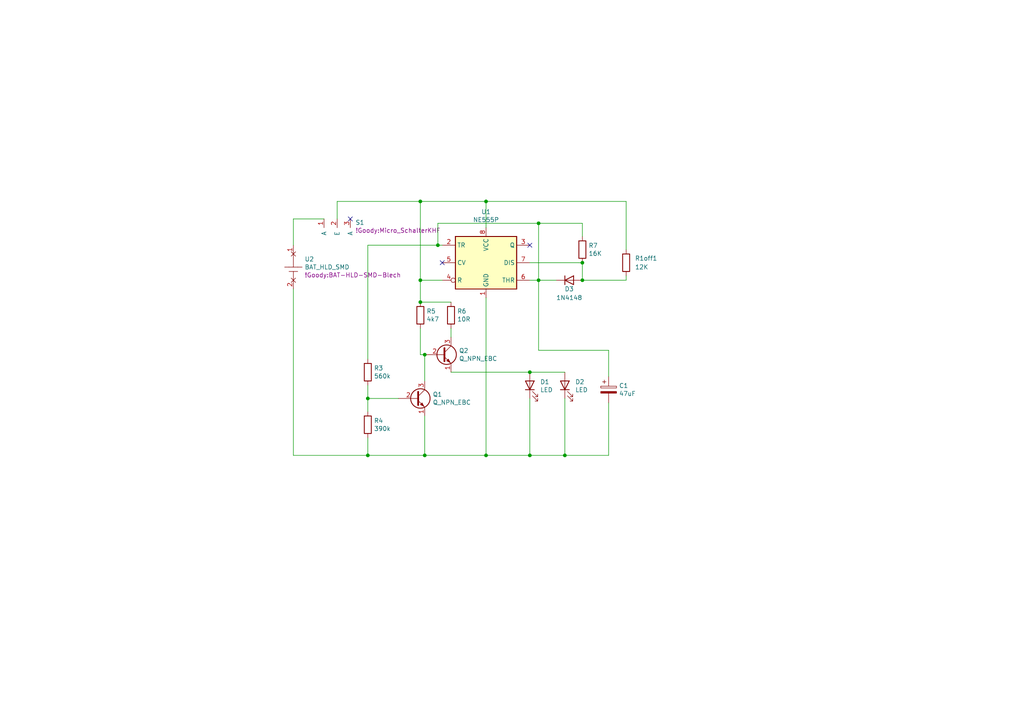
<source format=kicad_sch>
(kicad_sch
	(version 20250114)
	(generator "eeschema")
	(generator_version "9.0")
	(uuid "1d5259ca-1c51-498f-8f08-24a088873319")
	(paper "A4")
	(lib_symbols
		(symbol "!Goody:BAT_HLD_SMD"
			(pin_names
				(offset 1.016)
			)
			(exclude_from_sim no)
			(in_bom yes)
			(on_board yes)
			(property "Reference" "U"
				(at -5.08 0 0)
				(effects
					(font
						(size 1.27 1.27)
					)
				)
			)
			(property "Value" "BAT_HLD_SMD"
				(at -10.16 3.81 0)
				(effects
					(font
						(size 1.27 1.27)
					)
				)
			)
			(property "Footprint" "KHF_LIB:BAT-HLD-SMD"
				(at -15.24 6.35 0)
				(effects
					(font
						(size 1.27 1.27)
					)
				)
			)
			(property "Datasheet" ""
				(at -5.08 0 0)
				(effects
					(font
						(size 1.27 1.27)
					)
					(hide yes)
				)
			)
			(property "Description" "2032 SMD"
				(at 0 0 0)
				(effects
					(font
						(size 1.27 1.27)
					)
					(hide yes)
				)
			)
			(symbol "BAT_HLD_SMD_0_1"
				(rectangle
					(start -1.27 0)
					(end -2.54 0)
					(stroke
						(width 0)
						(type solid)
					)
					(fill
						(type none)
					)
				)
				(rectangle
					(start -1.27 0)
					(end 1.27 0)
					(stroke
						(width 0)
						(type solid)
					)
					(fill
						(type none)
					)
				)
				(rectangle
					(start -1.27 -1.27)
					(end 1.27 -1.27)
					(stroke
						(width 0)
						(type solid)
					)
					(fill
						(type none)
					)
				)
				(polyline
					(pts
						(xy 0 0) (xy 0 3.81)
					)
					(stroke
						(width 0)
						(type solid)
					)
					(fill
						(type none)
					)
				)
				(polyline
					(pts
						(xy 0 -3.81) (xy 0 -1.27)
					)
					(stroke
						(width 0)
						(type solid)
					)
					(fill
						(type none)
					)
				)
				(polyline
					(pts
						(xy 1.27 0) (xy 2.54 0)
					)
					(stroke
						(width 0)
						(type solid)
					)
					(fill
						(type none)
					)
				)
			)
			(symbol "BAT_HLD_SMD_1_1"
				(pin power_out non_logic
					(at 0 6.35 270)
					(length 2.54)
					(name "~"
						(effects
							(font
								(size 1.27 1.27)
							)
						)
					)
					(number "1"
						(effects
							(font
								(size 1.27 1.27)
							)
						)
					)
				)
				(pin power_out non_logic
					(at 0 -6.35 90)
					(length 2.54)
					(name "~"
						(effects
							(font
								(size 1.27 1.27)
							)
						)
					)
					(number "2"
						(effects
							(font
								(size 1.27 1.27)
							)
						)
					)
				)
			)
			(embedded_fonts no)
		)
		(symbol "!Goody:ELKO"
			(pin_numbers
				(hide yes)
			)
			(pin_names
				(offset 0.254)
			)
			(exclude_from_sim no)
			(in_bom yes)
			(on_board yes)
			(property "Reference" "C"
				(at 0.635 2.54 0)
				(effects
					(font
						(size 1.27 1.27)
					)
					(justify left)
				)
			)
			(property "Value" "ELKO"
				(at 0.635 -2.54 0)
				(effects
					(font
						(size 1.27 1.27)
					)
					(justify left)
				)
			)
			(property "Footprint" ""
				(at 0.9652 -3.81 0)
				(effects
					(font
						(size 1.27 1.27)
					)
					(hide yes)
				)
			)
			(property "Datasheet" "~"
				(at 0 0 0)
				(effects
					(font
						(size 1.27 1.27)
					)
					(hide yes)
				)
			)
			(property "Description" "ELKO"
				(at 0 0 0)
				(effects
					(font
						(size 1.27 1.27)
					)
					(hide yes)
				)
			)
			(property "ki_keywords" "cap capacitor"
				(at 0 0 0)
				(effects
					(font
						(size 1.27 1.27)
					)
					(hide yes)
				)
			)
			(property "ki_fp_filters" "CP_*"
				(at 0 0 0)
				(effects
					(font
						(size 1.27 1.27)
					)
					(hide yes)
				)
			)
			(symbol "ELKO_0_1"
				(rectangle
					(start -2.286 0.508)
					(end 2.286 1.016)
					(stroke
						(width 0)
						(type solid)
					)
					(fill
						(type none)
					)
				)
				(polyline
					(pts
						(xy -1.778 2.286) (xy -0.762 2.286)
					)
					(stroke
						(width 0)
						(type solid)
					)
					(fill
						(type none)
					)
				)
				(polyline
					(pts
						(xy -1.27 2.794) (xy -1.27 1.778)
					)
					(stroke
						(width 0)
						(type solid)
					)
					(fill
						(type none)
					)
				)
				(rectangle
					(start 2.286 -0.508)
					(end -2.286 -1.016)
					(stroke
						(width 0)
						(type solid)
					)
					(fill
						(type outline)
					)
				)
			)
			(symbol "ELKO_1_1"
				(pin passive line
					(at 0 3.81 270)
					(length 2.794)
					(name "~"
						(effects
							(font
								(size 1.27 1.27)
							)
						)
					)
					(number "1"
						(effects
							(font
								(size 1.27 1.27)
							)
						)
					)
				)
				(pin passive line
					(at 0 -3.81 90)
					(length 2.794)
					(name "~"
						(effects
							(font
								(size 1.27 1.27)
							)
						)
					)
					(number "2"
						(effects
							(font
								(size 1.27 1.27)
							)
						)
					)
				)
			)
			(embedded_fonts no)
		)
		(symbol "!Goody:LED"
			(pin_numbers
				(hide yes)
			)
			(pin_names
				(offset 1.016)
				(hide yes)
			)
			(exclude_from_sim no)
			(in_bom yes)
			(on_board yes)
			(property "Reference" "D"
				(at 0 2.54 0)
				(effects
					(font
						(size 1.27 1.27)
					)
				)
			)
			(property "Value" "LED"
				(at 2.54 -2.54 90)
				(effects
					(font
						(size 1.27 1.27)
					)
				)
			)
			(property "Footprint" "LED_THT:LED_D5.0mm"
				(at 0 5.08 0)
				(effects
					(font
						(size 1.27 1.27)
					)
					(hide yes)
				)
			)
			(property "Datasheet" ""
				(at 0 -2.54 90)
				(effects
					(font
						(size 1.27 1.27)
					)
					(hide yes)
				)
			)
			(property "Description" "LED 5mm"
				(at 0 0 0)
				(effects
					(font
						(size 1.27 1.27)
					)
					(hide yes)
				)
			)
			(property "ki_fp_filters" "LED* LED_SMD:* LED_THT:*"
				(at 0 0 0)
				(effects
					(font
						(size 1.27 1.27)
					)
					(hide yes)
				)
			)
			(symbol "LED_0_1"
				(polyline
					(pts
						(xy 0 -3.81) (xy 0 -1.27)
					)
					(stroke
						(width 0)
						(type solid)
					)
					(fill
						(type none)
					)
				)
				(polyline
					(pts
						(xy 0.762 -4.318) (xy 2.286 -5.842) (xy 2.286 -5.08) (xy 2.286 -5.842) (xy 1.524 -5.842)
					)
					(stroke
						(width 0)
						(type solid)
					)
					(fill
						(type none)
					)
				)
				(polyline
					(pts
						(xy 0.762 -5.588) (xy 2.286 -7.112) (xy 2.286 -6.35) (xy 2.286 -7.112) (xy 1.524 -7.112)
					)
					(stroke
						(width 0)
						(type solid)
					)
					(fill
						(type none)
					)
				)
				(polyline
					(pts
						(xy 1.27 -1.27) (xy -1.27 -1.27) (xy 0 -3.81) (xy 1.27 -1.27)
					)
					(stroke
						(width 0.254)
						(type solid)
					)
					(fill
						(type none)
					)
				)
				(polyline
					(pts
						(xy 1.27 -3.81) (xy -1.27 -3.81)
					)
					(stroke
						(width 0.254)
						(type solid)
					)
					(fill
						(type none)
					)
				)
			)
			(symbol "LED_1_1"
				(pin passive line
					(at 0 1.27 270)
					(length 2.54)
					(name "A"
						(effects
							(font
								(size 1.27 1.27)
							)
						)
					)
					(number "2"
						(effects
							(font
								(size 1.27 1.27)
							)
						)
					)
				)
				(pin passive line
					(at 0 -6.35 90)
					(length 2.54)
					(name "K"
						(effects
							(font
								(size 1.27 1.27)
							)
						)
					)
					(number "1"
						(effects
							(font
								(size 1.27 1.27)
							)
						)
					)
				)
			)
			(embedded_fonts no)
		)
		(symbol "!Goody:Micro_Schalter"
			(pin_names
				(offset 1.016)
			)
			(exclude_from_sim no)
			(in_bom yes)
			(on_board yes)
			(property "Reference" "S"
				(at 0 0 0)
				(effects
					(font
						(size 1.27 1.27)
					)
				)
			)
			(property "Value" "Micro_Schalter"
				(at 0 5.08 0)
				(effects
					(font
						(size 1.27 1.27)
					)
					(hide yes)
				)
			)
			(property "Footprint" "KHF_LIB:Micro_SchalterKHF"
				(at 0 0 0)
				(effects
					(font
						(size 1.27 1.27)
					)
				)
			)
			(property "Datasheet" ""
				(at 0 0 0)
				(effects
					(font
						(size 1.27 1.27)
					)
					(hide yes)
				)
			)
			(property "Description" "Micro_Schalter"
				(at 0 0 0)
				(effects
					(font
						(size 1.27 1.27)
					)
					(hide yes)
				)
			)
			(symbol "Micro_Schalter_1_1"
				(pin passive line
					(at -3.81 -2.54 270)
					(length 2.54)
					(name "A"
						(effects
							(font
								(size 1.27 1.27)
							)
						)
					)
					(number "1"
						(effects
							(font
								(size 1.27 1.27)
							)
						)
					)
				)
				(pin passive line
					(at 0 -2.54 270)
					(length 2.54)
					(name "E"
						(effects
							(font
								(size 1.27 1.27)
							)
						)
					)
					(number "2"
						(effects
							(font
								(size 1.27 1.27)
							)
						)
					)
				)
				(pin passive line
					(at 3.81 -2.54 270)
					(length 2.54)
					(name "A"
						(effects
							(font
								(size 1.27 1.27)
							)
						)
					)
					(number "3"
						(effects
							(font
								(size 1.27 1.27)
							)
						)
					)
				)
			)
			(embedded_fonts no)
		)
		(symbol "!Goody:R"
			(pin_numbers
				(hide yes)
			)
			(pin_names
				(offset 0)
			)
			(exclude_from_sim no)
			(in_bom yes)
			(on_board yes)
			(property "Reference" "R"
				(at 2.032 0 90)
				(effects
					(font
						(size 1.27 1.27)
					)
				)
			)
			(property "Value" "R"
				(at 0 0 90)
				(effects
					(font
						(size 1.27 1.27)
					)
				)
			)
			(property "Footprint" "Resistor_THT:R_Axial_DIN0411_L9.9mm_D3.6mm_P12.70mm_Horizontal"
				(at -1.778 0 90)
				(effects
					(font
						(size 1.27 1.27)
					)
					(hide yes)
				)
			)
			(property "Datasheet" "~"
				(at 0 0 0)
				(effects
					(font
						(size 1.27 1.27)
					)
					(hide yes)
				)
			)
			(property "Description" "Resistor"
				(at 0 0 0)
				(effects
					(font
						(size 1.27 1.27)
					)
					(hide yes)
				)
			)
			(property "ki_keywords" "R res resistor"
				(at 0 0 0)
				(effects
					(font
						(size 1.27 1.27)
					)
					(hide yes)
				)
			)
			(property "ki_fp_filters" "R_*"
				(at 0 0 0)
				(effects
					(font
						(size 1.27 1.27)
					)
					(hide yes)
				)
			)
			(symbol "R_0_1"
				(rectangle
					(start -1.016 -2.54)
					(end 1.016 2.54)
					(stroke
						(width 0.254)
						(type solid)
					)
					(fill
						(type none)
					)
				)
			)
			(symbol "R_1_1"
				(pin passive line
					(at 0 3.81 270)
					(length 1.27)
					(name "~"
						(effects
							(font
								(size 1.27 1.27)
							)
						)
					)
					(number "1"
						(effects
							(font
								(size 1.27 1.27)
							)
						)
					)
				)
				(pin passive line
					(at 0 -3.81 90)
					(length 1.27)
					(name "~"
						(effects
							(font
								(size 1.27 1.27)
							)
						)
					)
					(number "2"
						(effects
							(font
								(size 1.27 1.27)
							)
						)
					)
				)
			)
			(embedded_fonts no)
		)
		(symbol "Device:Q_NPN_EBC"
			(pin_names
				(offset 0)
				(hide yes)
			)
			(exclude_from_sim no)
			(in_bom yes)
			(on_board yes)
			(property "Reference" "Q"
				(at 5.08 1.27 0)
				(effects
					(font
						(size 1.27 1.27)
					)
					(justify left)
				)
			)
			(property "Value" "Q_NPN_EBC"
				(at 5.08 -1.27 0)
				(effects
					(font
						(size 1.27 1.27)
					)
					(justify left)
				)
			)
			(property "Footprint" ""
				(at 5.08 2.54 0)
				(effects
					(font
						(size 1.27 1.27)
					)
					(hide yes)
				)
			)
			(property "Datasheet" "~"
				(at 0 0 0)
				(effects
					(font
						(size 1.27 1.27)
					)
					(hide yes)
				)
			)
			(property "Description" "NPN transistor, emitter/base/collector"
				(at 0 0 0)
				(effects
					(font
						(size 1.27 1.27)
					)
					(hide yes)
				)
			)
			(property "ki_keywords" "transistor NPN"
				(at 0 0 0)
				(effects
					(font
						(size 1.27 1.27)
					)
					(hide yes)
				)
			)
			(symbol "Q_NPN_EBC_0_1"
				(polyline
					(pts
						(xy 0.635 1.905) (xy 0.635 -1.905) (xy 0.635 -1.905)
					)
					(stroke
						(width 0.508)
						(type default)
					)
					(fill
						(type none)
					)
				)
				(polyline
					(pts
						(xy 0.635 0.635) (xy 2.54 2.54)
					)
					(stroke
						(width 0)
						(type default)
					)
					(fill
						(type none)
					)
				)
				(polyline
					(pts
						(xy 0.635 -0.635) (xy 2.54 -2.54) (xy 2.54 -2.54)
					)
					(stroke
						(width 0)
						(type default)
					)
					(fill
						(type none)
					)
				)
				(circle
					(center 1.27 0)
					(radius 2.8194)
					(stroke
						(width 0.254)
						(type default)
					)
					(fill
						(type none)
					)
				)
				(polyline
					(pts
						(xy 1.27 -1.778) (xy 1.778 -1.27) (xy 2.286 -2.286) (xy 1.27 -1.778) (xy 1.27 -1.778)
					)
					(stroke
						(width 0)
						(type default)
					)
					(fill
						(type outline)
					)
				)
			)
			(symbol "Q_NPN_EBC_1_1"
				(pin passive line
					(at -5.08 0 0)
					(length 5.715)
					(name "B"
						(effects
							(font
								(size 1.27 1.27)
							)
						)
					)
					(number "2"
						(effects
							(font
								(size 1.27 1.27)
							)
						)
					)
				)
				(pin passive line
					(at 2.54 5.08 270)
					(length 2.54)
					(name "C"
						(effects
							(font
								(size 1.27 1.27)
							)
						)
					)
					(number "3"
						(effects
							(font
								(size 1.27 1.27)
							)
						)
					)
				)
				(pin passive line
					(at 2.54 -5.08 90)
					(length 2.54)
					(name "E"
						(effects
							(font
								(size 1.27 1.27)
							)
						)
					)
					(number "1"
						(effects
							(font
								(size 1.27 1.27)
							)
						)
					)
				)
			)
			(embedded_fonts no)
		)
		(symbol "Diode:1N4148"
			(pin_numbers
				(hide yes)
			)
			(pin_names
				(hide yes)
			)
			(exclude_from_sim no)
			(in_bom yes)
			(on_board yes)
			(property "Reference" "D"
				(at 0 2.54 0)
				(effects
					(font
						(size 1.27 1.27)
					)
				)
			)
			(property "Value" "1N4148"
				(at 0 -2.54 0)
				(effects
					(font
						(size 1.27 1.27)
					)
				)
			)
			(property "Footprint" "Diode_THT:D_DO-35_SOD27_P7.62mm_Horizontal"
				(at 0 0 0)
				(effects
					(font
						(size 1.27 1.27)
					)
					(hide yes)
				)
			)
			(property "Datasheet" "https://assets.nexperia.com/documents/data-sheet/1N4148_1N4448.pdf"
				(at 0 0 0)
				(effects
					(font
						(size 1.27 1.27)
					)
					(hide yes)
				)
			)
			(property "Description" "100V 0.15A standard switching diode, DO-35"
				(at 0 0 0)
				(effects
					(font
						(size 1.27 1.27)
					)
					(hide yes)
				)
			)
			(property "Sim.Device" "D"
				(at 0 0 0)
				(effects
					(font
						(size 1.27 1.27)
					)
					(hide yes)
				)
			)
			(property "Sim.Pins" "1=K 2=A"
				(at 0 0 0)
				(effects
					(font
						(size 1.27 1.27)
					)
					(hide yes)
				)
			)
			(property "ki_keywords" "diode"
				(at 0 0 0)
				(effects
					(font
						(size 1.27 1.27)
					)
					(hide yes)
				)
			)
			(property "ki_fp_filters" "D*DO?35*"
				(at 0 0 0)
				(effects
					(font
						(size 1.27 1.27)
					)
					(hide yes)
				)
			)
			(symbol "1N4148_0_1"
				(polyline
					(pts
						(xy -1.27 1.27) (xy -1.27 -1.27)
					)
					(stroke
						(width 0.254)
						(type default)
					)
					(fill
						(type none)
					)
				)
				(polyline
					(pts
						(xy 1.27 1.27) (xy 1.27 -1.27) (xy -1.27 0) (xy 1.27 1.27)
					)
					(stroke
						(width 0.254)
						(type default)
					)
					(fill
						(type none)
					)
				)
				(polyline
					(pts
						(xy 1.27 0) (xy -1.27 0)
					)
					(stroke
						(width 0)
						(type default)
					)
					(fill
						(type none)
					)
				)
			)
			(symbol "1N4148_1_1"
				(pin passive line
					(at -3.81 0 0)
					(length 2.54)
					(name "K"
						(effects
							(font
								(size 1.27 1.27)
							)
						)
					)
					(number "1"
						(effects
							(font
								(size 1.27 1.27)
							)
						)
					)
				)
				(pin passive line
					(at 3.81 0 180)
					(length 2.54)
					(name "A"
						(effects
							(font
								(size 1.27 1.27)
							)
						)
					)
					(number "2"
						(effects
							(font
								(size 1.27 1.27)
							)
						)
					)
				)
			)
			(embedded_fonts no)
		)
		(symbol "Timer:NE555P"
			(exclude_from_sim no)
			(in_bom yes)
			(on_board yes)
			(property "Reference" "U"
				(at -10.16 8.89 0)
				(effects
					(font
						(size 1.27 1.27)
					)
					(justify left)
				)
			)
			(property "Value" "NE555P"
				(at 2.54 8.89 0)
				(effects
					(font
						(size 1.27 1.27)
					)
					(justify left)
				)
			)
			(property "Footprint" "Package_DIP:DIP-8_W7.62mm"
				(at 16.51 -10.16 0)
				(effects
					(font
						(size 1.27 1.27)
					)
					(hide yes)
				)
			)
			(property "Datasheet" "http://www.ti.com/lit/ds/symlink/ne555.pdf"
				(at 21.59 -10.16 0)
				(effects
					(font
						(size 1.27 1.27)
					)
					(hide yes)
				)
			)
			(property "Description" "Precision Timers, 555 compatible,  PDIP-8"
				(at 0 0 0)
				(effects
					(font
						(size 1.27 1.27)
					)
					(hide yes)
				)
			)
			(property "ki_keywords" "single timer 555"
				(at 0 0 0)
				(effects
					(font
						(size 1.27 1.27)
					)
					(hide yes)
				)
			)
			(property "ki_fp_filters" "DIP*W7.62mm*"
				(at 0 0 0)
				(effects
					(font
						(size 1.27 1.27)
					)
					(hide yes)
				)
			)
			(symbol "NE555P_0_0"
				(pin power_in line
					(at 0 10.16 270)
					(length 2.54)
					(name "VCC"
						(effects
							(font
								(size 1.27 1.27)
							)
						)
					)
					(number "8"
						(effects
							(font
								(size 1.27 1.27)
							)
						)
					)
				)
				(pin power_in line
					(at 0 -10.16 90)
					(length 2.54)
					(name "GND"
						(effects
							(font
								(size 1.27 1.27)
							)
						)
					)
					(number "1"
						(effects
							(font
								(size 1.27 1.27)
							)
						)
					)
				)
			)
			(symbol "NE555P_0_1"
				(rectangle
					(start -8.89 -7.62)
					(end 8.89 7.62)
					(stroke
						(width 0.254)
						(type default)
					)
					(fill
						(type background)
					)
				)
				(rectangle
					(start -8.89 -7.62)
					(end 8.89 7.62)
					(stroke
						(width 0.254)
						(type default)
					)
					(fill
						(type background)
					)
				)
			)
			(symbol "NE555P_1_1"
				(pin input line
					(at -12.7 5.08 0)
					(length 3.81)
					(name "TR"
						(effects
							(font
								(size 1.27 1.27)
							)
						)
					)
					(number "2"
						(effects
							(font
								(size 1.27 1.27)
							)
						)
					)
				)
				(pin input line
					(at -12.7 0 0)
					(length 3.81)
					(name "CV"
						(effects
							(font
								(size 1.27 1.27)
							)
						)
					)
					(number "5"
						(effects
							(font
								(size 1.27 1.27)
							)
						)
					)
				)
				(pin input inverted
					(at -12.7 -5.08 0)
					(length 3.81)
					(name "R"
						(effects
							(font
								(size 1.27 1.27)
							)
						)
					)
					(number "4"
						(effects
							(font
								(size 1.27 1.27)
							)
						)
					)
				)
				(pin output line
					(at 12.7 5.08 180)
					(length 3.81)
					(name "Q"
						(effects
							(font
								(size 1.27 1.27)
							)
						)
					)
					(number "3"
						(effects
							(font
								(size 1.27 1.27)
							)
						)
					)
				)
				(pin input line
					(at 12.7 0 180)
					(length 3.81)
					(name "DIS"
						(effects
							(font
								(size 1.27 1.27)
							)
						)
					)
					(number "7"
						(effects
							(font
								(size 1.27 1.27)
							)
						)
					)
				)
				(pin input line
					(at 12.7 -5.08 180)
					(length 3.81)
					(name "THR"
						(effects
							(font
								(size 1.27 1.27)
							)
						)
					)
					(number "6"
						(effects
							(font
								(size 1.27 1.27)
							)
						)
					)
				)
			)
			(embedded_fonts no)
		)
	)
	(junction
		(at 140.97 58.42)
		(diameter 0)
		(color 0 0 0 0)
		(uuid "0db4204a-6338-4698-9326-4587e85ced65")
	)
	(junction
		(at 121.92 81.28)
		(diameter 0)
		(color 0 0 0 0)
		(uuid "197e60c8-5eba-4b91-85ba-8a3d80a6d4f2")
	)
	(junction
		(at 156.21 64.77)
		(diameter 0)
		(color 0 0 0 0)
		(uuid "2fa1f6dd-585e-4355-a19c-ff61098bfc26")
	)
	(junction
		(at 121.92 87.63)
		(diameter 0)
		(color 0 0 0 0)
		(uuid "52f9babd-2109-4da3-a37d-fea62b277994")
	)
	(junction
		(at 168.91 76.2)
		(diameter 0)
		(color 0 0 0 0)
		(uuid "62fb44c6-ee4d-47b2-b407-5822bd1c52c5")
	)
	(junction
		(at 156.21 81.28)
		(diameter 0)
		(color 0 0 0 0)
		(uuid "7016db43-1a81-4117-be86-06bfd267ce0b")
	)
	(junction
		(at 106.68 132.08)
		(diameter 0)
		(color 0 0 0 0)
		(uuid "77d4099c-e620-42b0-914f-1fe4bd2372f9")
	)
	(junction
		(at 163.83 132.08)
		(diameter 0)
		(color 0 0 0 0)
		(uuid "81605120-ed5e-4250-9e4e-67c660d9e746")
	)
	(junction
		(at 168.91 81.28)
		(diameter 0)
		(color 0 0 0 0)
		(uuid "876e6c4f-f13d-441e-885f-852acf4f72d7")
	)
	(junction
		(at 140.97 132.08)
		(diameter 0)
		(color 0 0 0 0)
		(uuid "947d8695-10e0-4d6e-819e-550f1e307a8d")
	)
	(junction
		(at 153.67 107.95)
		(diameter 0)
		(color 0 0 0 0)
		(uuid "aeee2fe3-0213-4941-a1c7-c35bcdb194ab")
	)
	(junction
		(at 121.92 58.42)
		(diameter 0)
		(color 0 0 0 0)
		(uuid "b8980a54-8764-4620-8747-e5e76aef39f7")
	)
	(junction
		(at 123.19 132.08)
		(diameter 0)
		(color 0 0 0 0)
		(uuid "d9e64d10-a41d-4fab-aa67-c359689113e9")
	)
	(junction
		(at 106.68 115.57)
		(diameter 0)
		(color 0 0 0 0)
		(uuid "e19c2c6e-71ec-43f2-8584-5f458954446f")
	)
	(junction
		(at 123.19 102.87)
		(diameter 0)
		(color 0 0 0 0)
		(uuid "e32c5dd9-5276-49a0-bb83-5415b71e2c99")
	)
	(junction
		(at 153.67 132.08)
		(diameter 0)
		(color 0 0 0 0)
		(uuid "f7ea91c4-4157-457f-b8df-d278ff64d3d4")
	)
	(junction
		(at 127 71.12)
		(diameter 0)
		(color 0 0 0 0)
		(uuid "fb24d128-536f-4110-bc47-d5d4de2775d3")
	)
	(no_connect
		(at 101.6 63.5)
		(uuid "a599974b-8857-40a4-859a-e05b4bdedb42")
	)
	(no_connect
		(at 128.27 76.2)
		(uuid "a7ef09b5-c4c7-4fa2-b2d3-549916665465")
	)
	(no_connect
		(at 153.67 71.12)
		(uuid "af99c908-53d8-42ed-845b-284c20f8bb50")
	)
	(wire
		(pts
			(xy 130.81 87.63) (xy 121.92 87.63)
		)
		(stroke
			(width 0)
			(type default)
		)
		(uuid "02fa0b5b-fd92-437f-9a92-f52bb4ad7c0b")
	)
	(wire
		(pts
			(xy 121.92 87.63) (xy 121.92 81.28)
		)
		(stroke
			(width 0)
			(type default)
		)
		(uuid "04708fcf-693e-4cf9-886b-a32906aab5e0")
	)
	(wire
		(pts
			(xy 140.97 86.36) (xy 140.97 132.08)
		)
		(stroke
			(width 0)
			(type default)
		)
		(uuid "05d20cab-0dcf-4f45-85fb-127e95145e61")
	)
	(wire
		(pts
			(xy 106.68 127) (xy 106.68 132.08)
		)
		(stroke
			(width 0)
			(type default)
		)
		(uuid "05edd548-257c-4a1b-98a5-4517aa769a86")
	)
	(wire
		(pts
			(xy 106.68 115.57) (xy 106.68 111.76)
		)
		(stroke
			(width 0)
			(type default)
		)
		(uuid "072b0cc0-5620-4211-a95a-647cd72e463b")
	)
	(wire
		(pts
			(xy 153.67 107.95) (xy 130.81 107.95)
		)
		(stroke
			(width 0)
			(type default)
		)
		(uuid "0d65363f-db81-4869-9543-db2060d0dbe1")
	)
	(wire
		(pts
			(xy 123.19 102.87) (xy 123.19 110.49)
		)
		(stroke
			(width 0)
			(type default)
		)
		(uuid "0fe68b1b-6d4f-495a-aa84-d992644408ca")
	)
	(wire
		(pts
			(xy 153.67 115.57) (xy 153.67 132.08)
		)
		(stroke
			(width 0)
			(type default)
		)
		(uuid "0fedadae-6eac-472f-96b7-8ec48d439431")
	)
	(wire
		(pts
			(xy 168.91 64.77) (xy 156.21 64.77)
		)
		(stroke
			(width 0)
			(type default)
		)
		(uuid "10430319-6ecf-41a7-99be-a733cc73b6bb")
	)
	(wire
		(pts
			(xy 130.81 97.79) (xy 130.81 95.25)
		)
		(stroke
			(width 0)
			(type default)
		)
		(uuid "13618461-a231-441b-9312-92634611e28c")
	)
	(wire
		(pts
			(xy 163.83 132.08) (xy 163.83 115.57)
		)
		(stroke
			(width 0)
			(type default)
		)
		(uuid "147a9dee-e2b3-4e10-92b2-13c8f33bea02")
	)
	(wire
		(pts
			(xy 153.67 132.08) (xy 163.83 132.08)
		)
		(stroke
			(width 0)
			(type default)
		)
		(uuid "17b886f3-2205-4544-b7fe-41cb4e76c434")
	)
	(wire
		(pts
			(xy 115.57 115.57) (xy 106.68 115.57)
		)
		(stroke
			(width 0)
			(type default)
		)
		(uuid "1d2f0a2e-60b8-41a8-9857-7052ab92b26f")
	)
	(wire
		(pts
			(xy 156.21 81.28) (xy 156.21 64.77)
		)
		(stroke
			(width 0)
			(type default)
		)
		(uuid "2085c625-8ad9-4b4e-bb6a-063f49837112")
	)
	(wire
		(pts
			(xy 85.09 83.82) (xy 85.09 132.08)
		)
		(stroke
			(width 0)
			(type default)
		)
		(uuid "2aaffa89-2030-4397-aaaa-1701df9347dd")
	)
	(wire
		(pts
			(xy 176.53 132.08) (xy 163.83 132.08)
		)
		(stroke
			(width 0)
			(type default)
		)
		(uuid "3221ea8f-5800-49ad-a4a8-383299abb7e8")
	)
	(wire
		(pts
			(xy 168.91 68.58) (xy 168.91 64.77)
		)
		(stroke
			(width 0)
			(type default)
		)
		(uuid "347264c0-1b67-4231-bbbc-9df09e22bd88")
	)
	(wire
		(pts
			(xy 106.68 132.08) (xy 123.19 132.08)
		)
		(stroke
			(width 0)
			(type default)
		)
		(uuid "393eed03-2f75-4f2f-8185-8cca7a10e043")
	)
	(wire
		(pts
			(xy 85.09 132.08) (xy 106.68 132.08)
		)
		(stroke
			(width 0)
			(type default)
		)
		(uuid "4ca9b139-1d5c-49ca-b55a-f8d59c722047")
	)
	(wire
		(pts
			(xy 176.53 116.84) (xy 176.53 132.08)
		)
		(stroke
			(width 0)
			(type default)
		)
		(uuid "4cd40cf2-0a4d-4843-b81b-aa0506c74757")
	)
	(wire
		(pts
			(xy 156.21 101.6) (xy 176.53 101.6)
		)
		(stroke
			(width 0)
			(type default)
		)
		(uuid "518e44fd-1ea5-4ea4-95ec-9667e61c2676")
	)
	(wire
		(pts
			(xy 97.79 58.42) (xy 121.92 58.42)
		)
		(stroke
			(width 0)
			(type default)
		)
		(uuid "59333386-d30c-4678-a7ee-10a0cc7b2cba")
	)
	(wire
		(pts
			(xy 85.09 71.12) (xy 85.09 63.5)
		)
		(stroke
			(width 0)
			(type default)
		)
		(uuid "662202ae-148f-4edb-b7a6-36388aaea5f6")
	)
	(wire
		(pts
			(xy 140.97 58.42) (xy 140.97 66.04)
		)
		(stroke
			(width 0)
			(type default)
		)
		(uuid "66504997-45ac-45d4-a981-c690b44250c4")
	)
	(wire
		(pts
			(xy 153.67 107.95) (xy 163.83 107.95)
		)
		(stroke
			(width 0)
			(type default)
		)
		(uuid "6ba4c490-104b-4283-b85b-6f10a40435dc")
	)
	(wire
		(pts
			(xy 161.29 81.28) (xy 156.21 81.28)
		)
		(stroke
			(width 0)
			(type default)
		)
		(uuid "72ebfbc2-830e-48ad-9d5d-09d95bf56848")
	)
	(wire
		(pts
			(xy 128.27 81.28) (xy 121.92 81.28)
		)
		(stroke
			(width 0)
			(type default)
		)
		(uuid "7467120b-0ee8-4b65-b96a-10e2d2d6db50")
	)
	(wire
		(pts
			(xy 106.68 71.12) (xy 106.68 104.14)
		)
		(stroke
			(width 0)
			(type default)
		)
		(uuid "7630bbcf-4acd-4f3e-afc9-00e829f844ab")
	)
	(wire
		(pts
			(xy 176.53 101.6) (xy 176.53 109.22)
		)
		(stroke
			(width 0)
			(type default)
		)
		(uuid "79f9ee42-1fe3-4fab-aa33-754ac8d1b3ca")
	)
	(wire
		(pts
			(xy 127 64.77) (xy 127 71.12)
		)
		(stroke
			(width 0)
			(type default)
		)
		(uuid "7b4f472a-5fe0-4dbb-81aa-ab707fbb7bd8")
	)
	(wire
		(pts
			(xy 181.61 81.28) (xy 181.61 80.01)
		)
		(stroke
			(width 0)
			(type default)
		)
		(uuid "7e40c3d1-f8d1-4136-9b9c-3055106480e4")
	)
	(wire
		(pts
			(xy 153.67 76.2) (xy 168.91 76.2)
		)
		(stroke
			(width 0)
			(type default)
		)
		(uuid "86664743-e526-4549-8fcc-b46b5672e2ab")
	)
	(wire
		(pts
			(xy 85.09 63.5) (xy 93.98 63.5)
		)
		(stroke
			(width 0)
			(type default)
		)
		(uuid "8846cb47-9c2c-49bf-9ac5-464c1928e49a")
	)
	(wire
		(pts
			(xy 168.91 76.2) (xy 168.91 81.28)
		)
		(stroke
			(width 0)
			(type default)
		)
		(uuid "8c31ea99-4ede-44f6-9455-e793c53b15be")
	)
	(wire
		(pts
			(xy 121.92 95.25) (xy 121.92 102.87)
		)
		(stroke
			(width 0)
			(type default)
		)
		(uuid "8e91d29d-69b3-44d8-8e31-21a56ac67f6d")
	)
	(wire
		(pts
			(xy 156.21 64.77) (xy 127 64.77)
		)
		(stroke
			(width 0)
			(type default)
		)
		(uuid "921ebb79-8918-4b84-a1a0-fec07a06ab44")
	)
	(wire
		(pts
			(xy 123.19 120.65) (xy 123.19 132.08)
		)
		(stroke
			(width 0)
			(type default)
		)
		(uuid "9b92b2c9-47bd-4735-b418-32982c36f139")
	)
	(wire
		(pts
			(xy 121.92 81.28) (xy 121.92 58.42)
		)
		(stroke
			(width 0)
			(type default)
		)
		(uuid "ae03c96b-d32b-4f77-b423-9011288f733c")
	)
	(wire
		(pts
			(xy 156.21 81.28) (xy 153.67 81.28)
		)
		(stroke
			(width 0)
			(type default)
		)
		(uuid "b80b4686-2656-45a6-9433-b19895168ecd")
	)
	(wire
		(pts
			(xy 127 71.12) (xy 128.27 71.12)
		)
		(stroke
			(width 0)
			(type default)
		)
		(uuid "b9533ad7-84a2-44ba-bf97-92d48e96db0d")
	)
	(wire
		(pts
			(xy 106.68 119.38) (xy 106.68 115.57)
		)
		(stroke
			(width 0)
			(type default)
		)
		(uuid "c41ccfcc-547c-4ed9-befb-51b69867ddf1")
	)
	(wire
		(pts
			(xy 181.61 58.42) (xy 181.61 72.39)
		)
		(stroke
			(width 0)
			(type default)
		)
		(uuid "c9a13913-a822-4607-ab76-3b2451556567")
	)
	(wire
		(pts
			(xy 97.79 63.5) (xy 97.79 58.42)
		)
		(stroke
			(width 0)
			(type default)
		)
		(uuid "ca0d6975-23da-493b-9ef0-3d9e6c1063f3")
	)
	(wire
		(pts
			(xy 121.92 58.42) (xy 140.97 58.42)
		)
		(stroke
			(width 0)
			(type default)
		)
		(uuid "d6a75210-13f8-489c-be9b-7c3593502319")
	)
	(wire
		(pts
			(xy 140.97 58.42) (xy 181.61 58.42)
		)
		(stroke
			(width 0)
			(type default)
		)
		(uuid "e6c3a2ad-c8ba-45f9-b4b0-00fe67eb9ea6")
	)
	(wire
		(pts
			(xy 106.68 71.12) (xy 127 71.12)
		)
		(stroke
			(width 0)
			(type default)
		)
		(uuid "ec148217-b127-434f-87e7-d6929e7d6529")
	)
	(wire
		(pts
			(xy 168.91 81.28) (xy 181.61 81.28)
		)
		(stroke
			(width 0)
			(type default)
		)
		(uuid "ec38ea08-3fc3-4777-b15a-c85f41296344")
	)
	(wire
		(pts
			(xy 121.92 102.87) (xy 123.19 102.87)
		)
		(stroke
			(width 0)
			(type default)
		)
		(uuid "eeb7e471-05ad-4f56-a833-2d9bc951c650")
	)
	(wire
		(pts
			(xy 123.19 132.08) (xy 140.97 132.08)
		)
		(stroke
			(width 0)
			(type default)
		)
		(uuid "fa699933-5008-4b47-b656-20fc8836ea0e")
	)
	(wire
		(pts
			(xy 156.21 81.28) (xy 156.21 101.6)
		)
		(stroke
			(width 0)
			(type default)
		)
		(uuid "fbfcb76d-e6fa-49c1-bcff-91c54a0369c1")
	)
	(wire
		(pts
			(xy 140.97 132.08) (xy 153.67 132.08)
		)
		(stroke
			(width 0)
			(type default)
		)
		(uuid "fda2e6c6-e1d9-4173-8906-f45874be95cd")
	)
	(symbol
		(lib_id "Timer:NE555P")
		(at 140.97 76.2 0)
		(unit 1)
		(exclude_from_sim no)
		(in_bom yes)
		(on_board yes)
		(dnp no)
		(uuid "00000000-0000-0000-0000-000064f9f70a")
		(property "Reference" "U1"
			(at 140.97 61.4426 0)
			(effects
				(font
					(size 1.27 1.27)
				)
			)
		)
		(property "Value" "NE555P"
			(at 140.97 63.754 0)
			(effects
				(font
					(size 1.27 1.27)
				)
			)
		)
		(property "Footprint" "Package_DIP:DIP-8_W7.62mm"
			(at 157.48 86.36 0)
			(effects
				(font
					(size 1.27 1.27)
				)
				(hide yes)
			)
		)
		(property "Datasheet" "http://www.ti.com/lit/ds/symlink/ne555.pdf"
			(at 162.56 86.36 0)
			(effects
				(font
					(size 1.27 1.27)
				)
				(hide yes)
			)
		)
		(property "Description" ""
			(at 140.97 76.2 0)
			(effects
				(font
					(size 1.27 1.27)
				)
			)
		)
		(pin "1"
			(uuid "74da7e86-810c-4641-9c88-6b7d5313d3b5")
		)
		(pin "8"
			(uuid "82781818-99dc-4d08-85d7-46dded14e09e")
		)
		(pin "2"
			(uuid "e62b6303-9aaf-44ae-bc70-322bdb6f96e7")
		)
		(pin "3"
			(uuid "cfc6f40a-2cec-48b5-8729-2e11e2055231")
		)
		(pin "4"
			(uuid "c98748ed-9613-4c27-8435-867b0ff98bbf")
		)
		(pin "5"
			(uuid "57bd1888-210c-4a43-84a5-a5601f71e698")
		)
		(pin "6"
			(uuid "540247ba-b4f2-492e-a559-48d695fc28f0")
		)
		(pin "7"
			(uuid "2bdc23b6-88b7-41ca-a97d-0666bc8e85f3")
		)
		(instances
			(project "Coala"
				(path "/1d5259ca-1c51-498f-8f08-24a088873319"
					(reference "U1")
					(unit 1)
				)
			)
		)
	)
	(symbol
		(lib_id "Diode:1N4148")
		(at 165.1 81.28 0)
		(unit 1)
		(exclude_from_sim no)
		(in_bom yes)
		(on_board yes)
		(dnp no)
		(uuid "00000000-0000-0000-0000-000064f9ff5a")
		(property "Reference" "D3"
			(at 165.1 83.82 0)
			(effects
				(font
					(size 1.27 1.27)
				)
			)
		)
		(property "Value" "1N4148"
			(at 165.1 86.36 0)
			(effects
				(font
					(size 1.27 1.27)
				)
			)
		)
		(property "Footprint" "!Goody:1N4147_P7.62mm_Horizontal"
			(at 165.1 85.725 0)
			(effects
				(font
					(size 1.27 1.27)
				)
				(hide yes)
			)
		)
		(property "Datasheet" "https://assets.nexperia.com/documents/data-sheet/1N4148_1N4448.pdf"
			(at 165.1 81.28 0)
			(effects
				(font
					(size 1.27 1.27)
				)
				(hide yes)
			)
		)
		(property "Description" ""
			(at 165.1 81.28 0)
			(effects
				(font
					(size 1.27 1.27)
				)
			)
		)
		(pin "1"
			(uuid "37370d77-697d-4bff-856b-4c6fd6f27aad")
		)
		(pin "2"
			(uuid "5d51d78e-13d8-47d3-bce1-f9e20a41291d")
		)
		(instances
			(project "Coala"
				(path "/1d5259ca-1c51-498f-8f08-24a088873319"
					(reference "D3")
					(unit 1)
				)
			)
		)
	)
	(symbol
		(lib_id "!Goody:ELKO")
		(at 176.53 113.03 0)
		(unit 1)
		(exclude_from_sim no)
		(in_bom yes)
		(on_board yes)
		(dnp no)
		(uuid "00000000-0000-0000-0000-000064fa140e")
		(property "Reference" "C1"
			(at 179.5272 111.8616 0)
			(effects
				(font
					(size 1.27 1.27)
				)
				(justify left)
			)
		)
		(property "Value" "47uF"
			(at 179.5272 114.173 0)
			(effects
				(font
					(size 1.27 1.27)
				)
				(justify left)
			)
		)
		(property "Footprint" "Capacitor_THT:CP_Radial_D6.3mm_P2.50mm"
			(at 177.4952 116.84 0)
			(effects
				(font
					(size 1.27 1.27)
				)
				(hide yes)
			)
		)
		(property "Datasheet" "~"
			(at 176.53 113.03 0)
			(effects
				(font
					(size 1.27 1.27)
				)
				(hide yes)
			)
		)
		(property "Description" ""
			(at 176.53 113.03 0)
			(effects
				(font
					(size 1.27 1.27)
				)
			)
		)
		(pin "1"
			(uuid "cc7a2b9e-36bf-494c-b880-a2ffc6e74bbc")
		)
		(pin "2"
			(uuid "45431d58-9c01-4cc0-86e1-4d5348bf4fa6")
		)
		(instances
			(project "Coala"
				(path "/1d5259ca-1c51-498f-8f08-24a088873319"
					(reference "C1")
					(unit 1)
				)
			)
		)
	)
	(symbol
		(lib_id "!Goody:R")
		(at 106.68 107.95 0)
		(unit 1)
		(exclude_from_sim no)
		(in_bom yes)
		(on_board yes)
		(dnp no)
		(uuid "00000000-0000-0000-0000-000064fa24a9")
		(property "Reference" "R3"
			(at 108.458 106.7816 0)
			(effects
				(font
					(size 1.27 1.27)
				)
				(justify left)
			)
		)
		(property "Value" "560k"
			(at 108.458 109.093 0)
			(effects
				(font
					(size 1.27 1.27)
				)
				(justify left)
			)
		)
		(property "Footprint" "Resistor_THT:R_Axial_DIN0207_L6.3mm_D2.5mm_P10.16mm_Horizontal"
			(at 104.902 107.95 90)
			(effects
				(font
					(size 1.27 1.27)
				)
				(hide yes)
			)
		)
		(property "Datasheet" "~"
			(at 106.68 107.95 0)
			(effects
				(font
					(size 1.27 1.27)
				)
				(hide yes)
			)
		)
		(property "Description" ""
			(at 106.68 107.95 0)
			(effects
				(font
					(size 1.27 1.27)
				)
			)
		)
		(pin "1"
			(uuid "37da9d2a-80cf-433d-8cb0-19a026ff6e1c")
		)
		(pin "2"
			(uuid "b8ab7582-e1b8-474b-8862-15918d7429a9")
		)
		(instances
			(project "Coala"
				(path "/1d5259ca-1c51-498f-8f08-24a088873319"
					(reference "R3")
					(unit 1)
				)
			)
		)
	)
	(symbol
		(lib_id "!Goody:R")
		(at 106.68 123.19 0)
		(unit 1)
		(exclude_from_sim no)
		(in_bom yes)
		(on_board yes)
		(dnp no)
		(uuid "00000000-0000-0000-0000-000064fa3399")
		(property "Reference" "R4"
			(at 108.458 122.0216 0)
			(effects
				(font
					(size 1.27 1.27)
				)
				(justify left)
			)
		)
		(property "Value" "390k"
			(at 108.458 124.333 0)
			(effects
				(font
					(size 1.27 1.27)
				)
				(justify left)
			)
		)
		(property "Footprint" "Resistor_THT:R_Axial_DIN0207_L6.3mm_D2.5mm_P10.16mm_Horizontal"
			(at 104.902 123.19 90)
			(effects
				(font
					(size 1.27 1.27)
				)
				(hide yes)
			)
		)
		(property "Datasheet" "~"
			(at 106.68 123.19 0)
			(effects
				(font
					(size 1.27 1.27)
				)
				(hide yes)
			)
		)
		(property "Description" ""
			(at 106.68 123.19 0)
			(effects
				(font
					(size 1.27 1.27)
				)
			)
		)
		(pin "1"
			(uuid "1e55646e-c817-4cc3-ba2e-1d9c73a2fbd9")
		)
		(pin "2"
			(uuid "f66c6906-8a08-4a63-a484-fd25b36fcd8d")
		)
		(instances
			(project "Coala"
				(path "/1d5259ca-1c51-498f-8f08-24a088873319"
					(reference "R4")
					(unit 1)
				)
			)
		)
	)
	(symbol
		(lib_id "Device:Q_NPN_EBC")
		(at 120.65 115.57 0)
		(unit 1)
		(exclude_from_sim no)
		(in_bom yes)
		(on_board yes)
		(dnp no)
		(uuid "00000000-0000-0000-0000-000064fa371b")
		(property "Reference" "Q1"
			(at 125.5014 114.4016 0)
			(effects
				(font
					(size 1.27 1.27)
				)
				(justify left)
			)
		)
		(property "Value" "Q_NPN_EBC"
			(at 125.5014 116.713 0)
			(effects
				(font
					(size 1.27 1.27)
				)
				(justify left)
			)
		)
		(property "Footprint" "!Goody:TO-92L_Wide"
			(at 125.73 113.03 0)
			(effects
				(font
					(size 1.27 1.27)
				)
				(hide yes)
			)
		)
		(property "Datasheet" "~"
			(at 120.65 115.57 0)
			(effects
				(font
					(size 1.27 1.27)
				)
				(hide yes)
			)
		)
		(property "Description" ""
			(at 120.65 115.57 0)
			(effects
				(font
					(size 1.27 1.27)
				)
			)
		)
		(pin "1"
			(uuid "7fa41cff-a3c9-4ad9-8563-eb01d0b7978a")
		)
		(pin "2"
			(uuid "91373526-9628-48a1-bbc2-ffb32b960ef3")
		)
		(pin "3"
			(uuid "b895d414-5d55-4657-9e61-51dca46af7d4")
		)
		(instances
			(project "Coala"
				(path "/1d5259ca-1c51-498f-8f08-24a088873319"
					(reference "Q1")
					(unit 1)
				)
			)
		)
	)
	(symbol
		(lib_id "Device:Q_NPN_EBC")
		(at 128.27 102.87 0)
		(unit 1)
		(exclude_from_sim no)
		(in_bom yes)
		(on_board yes)
		(dnp no)
		(uuid "00000000-0000-0000-0000-000064fa3d42")
		(property "Reference" "Q2"
			(at 133.1214 101.7016 0)
			(effects
				(font
					(size 1.27 1.27)
				)
				(justify left)
			)
		)
		(property "Value" "Q_NPN_EBC"
			(at 133.1214 104.013 0)
			(effects
				(font
					(size 1.27 1.27)
				)
				(justify left)
			)
		)
		(property "Footprint" "!Goody:TO-92L_Wide"
			(at 133.35 100.33 0)
			(effects
				(font
					(size 1.27 1.27)
				)
				(hide yes)
			)
		)
		(property "Datasheet" "~"
			(at 128.27 102.87 0)
			(effects
				(font
					(size 1.27 1.27)
				)
				(hide yes)
			)
		)
		(property "Description" ""
			(at 128.27 102.87 0)
			(effects
				(font
					(size 1.27 1.27)
				)
			)
		)
		(pin "1"
			(uuid "0248ea93-9795-4051-ae34-71fa941321d5")
		)
		(pin "2"
			(uuid "99d8505e-12a1-4575-9cff-7c06b2d8e8c7")
		)
		(pin "3"
			(uuid "49d796b7-5ce5-4456-bcc8-e1d21dd373cf")
		)
		(instances
			(project "Coala"
				(path "/1d5259ca-1c51-498f-8f08-24a088873319"
					(reference "Q2")
					(unit 1)
				)
			)
		)
	)
	(symbol
		(lib_id "!Goody:LED")
		(at 153.67 109.22 0)
		(unit 1)
		(exclude_from_sim no)
		(in_bom yes)
		(on_board yes)
		(dnp no)
		(uuid "00000000-0000-0000-0000-000064fa754a")
		(property "Reference" "D1"
			(at 156.6672 110.7694 0)
			(effects
				(font
					(size 1.27 1.27)
				)
				(justify left)
			)
		)
		(property "Value" "LED"
			(at 156.6672 113.0808 0)
			(effects
				(font
					(size 1.27 1.27)
				)
				(justify left)
			)
		)
		(property "Footprint" "!Goody:LED_D3.0mm"
			(at 153.67 104.14 0)
			(effects
				(font
					(size 1.27 1.27)
				)
				(hide yes)
			)
		)
		(property "Datasheet" ""
			(at 153.67 111.76 90)
			(effects
				(font
					(size 1.27 1.27)
				)
				(hide yes)
			)
		)
		(property "Description" ""
			(at 153.67 109.22 0)
			(effects
				(font
					(size 1.27 1.27)
				)
			)
		)
		(pin "1"
			(uuid "f42ac44b-9d81-4601-8d06-84e94a9c39c2")
		)
		(pin "2"
			(uuid "f886767c-42c2-4d8b-8351-651c4df1c135")
		)
		(instances
			(project "Coala"
				(path "/1d5259ca-1c51-498f-8f08-24a088873319"
					(reference "D1")
					(unit 1)
				)
			)
		)
	)
	(symbol
		(lib_id "!Goody:LED")
		(at 163.83 109.22 0)
		(unit 1)
		(exclude_from_sim no)
		(in_bom yes)
		(on_board yes)
		(dnp no)
		(uuid "00000000-0000-0000-0000-000064fa7a13")
		(property "Reference" "D2"
			(at 166.8272 110.7694 0)
			(effects
				(font
					(size 1.27 1.27)
				)
				(justify left)
			)
		)
		(property "Value" "LED"
			(at 166.8272 113.0808 0)
			(effects
				(font
					(size 1.27 1.27)
				)
				(justify left)
			)
		)
		(property "Footprint" "!Goody:LED_D3.0mm"
			(at 163.83 104.14 0)
			(effects
				(font
					(size 1.27 1.27)
				)
				(hide yes)
			)
		)
		(property "Datasheet" ""
			(at 163.83 111.76 90)
			(effects
				(font
					(size 1.27 1.27)
				)
				(hide yes)
			)
		)
		(property "Description" ""
			(at 163.83 109.22 0)
			(effects
				(font
					(size 1.27 1.27)
				)
			)
		)
		(pin "1"
			(uuid "5bdbd98f-1ad2-44fb-bf76-316fe2444aea")
		)
		(pin "2"
			(uuid "b50a5ccc-c1cf-4fa2-868c-109d292d7a66")
		)
		(instances
			(project "Coala"
				(path "/1d5259ca-1c51-498f-8f08-24a088873319"
					(reference "D2")
					(unit 1)
				)
			)
		)
	)
	(symbol
		(lib_id "!Goody:BAT_HLD_SMD")
		(at 85.09 77.47 0)
		(unit 1)
		(exclude_from_sim no)
		(in_bom yes)
		(on_board yes)
		(dnp no)
		(uuid "00000000-0000-0000-0000-000064fa7ccc")
		(property "Reference" "U2"
			(at 88.3412 75.1586 0)
			(effects
				(font
					(size 1.27 1.27)
				)
				(justify left)
			)
		)
		(property "Value" "BAT_HLD_SMD"
			(at 88.3412 77.47 0)
			(effects
				(font
					(size 1.27 1.27)
				)
				(justify left)
			)
		)
		(property "Footprint" "!Goody:BAT-HLD-SMD-Blech"
			(at 88.3412 79.7814 0)
			(effects
				(font
					(size 1.27 1.27)
				)
				(justify left)
			)
		)
		(property "Datasheet" ""
			(at 80.01 77.47 0)
			(effects
				(font
					(size 1.27 1.27)
				)
				(hide yes)
			)
		)
		(property "Description" ""
			(at 85.09 77.47 0)
			(effects
				(font
					(size 1.27 1.27)
				)
			)
		)
		(pin "1"
			(uuid "f25eda0b-756a-431d-9307-6cf6a4c32c48")
		)
		(pin "2"
			(uuid "cbd90afc-db02-4a44-a685-e85dc1dbb84e")
		)
		(instances
			(project "Coala"
				(path "/1d5259ca-1c51-498f-8f08-24a088873319"
					(reference "U2")
					(unit 1)
				)
			)
		)
	)
	(symbol
		(lib_id "!Goody:Micro_Schalter")
		(at 97.79 60.96 0)
		(unit 1)
		(exclude_from_sim no)
		(in_bom yes)
		(on_board yes)
		(dnp no)
		(uuid "00000000-0000-0000-0000-000064fa8e01")
		(property "Reference" "S1"
			(at 103.0732 64.5414 0)
			(effects
				(font
					(size 1.27 1.27)
				)
				(justify left)
			)
		)
		(property "Value" "Micro_Schalter"
			(at 97.79 55.88 0)
			(effects
				(font
					(size 1.27 1.27)
				)
				(hide yes)
			)
		)
		(property "Footprint" "!Goody:Micro_SchalterKHF"
			(at 103.0732 66.8528 0)
			(effects
				(font
					(size 1.27 1.27)
				)
				(justify left)
			)
		)
		(property "Datasheet" ""
			(at 97.79 60.96 0)
			(effects
				(font
					(size 1.27 1.27)
				)
				(hide yes)
			)
		)
		(property "Description" ""
			(at 97.79 60.96 0)
			(effects
				(font
					(size 1.27 1.27)
				)
			)
		)
		(pin "1"
			(uuid "c3afef01-ba02-49c8-95d7-1778acbb1937")
		)
		(pin "2"
			(uuid "80d9a9c1-0ebd-46d8-8321-e61236ac320c")
		)
		(pin "3"
			(uuid "619da69a-e421-48f9-80fd-36017b65f181")
		)
		(instances
			(project "Coala"
				(path "/1d5259ca-1c51-498f-8f08-24a088873319"
					(reference "S1")
					(unit 1)
				)
			)
		)
	)
	(symbol
		(lib_id "!Goody:R")
		(at 130.81 91.44 0)
		(unit 1)
		(exclude_from_sim no)
		(in_bom yes)
		(on_board yes)
		(dnp no)
		(uuid "00000000-0000-0000-0000-000064fabe4c")
		(property "Reference" "R6"
			(at 132.588 90.2716 0)
			(effects
				(font
					(size 1.27 1.27)
				)
				(justify left)
			)
		)
		(property "Value" "10R"
			(at 132.588 92.583 0)
			(effects
				(font
					(size 1.27 1.27)
				)
				(justify left)
			)
		)
		(property "Footprint" "Resistor_THT:R_Axial_DIN0207_L6.3mm_D2.5mm_P10.16mm_Horizontal"
			(at 129.032 91.44 90)
			(effects
				(font
					(size 1.27 1.27)
				)
				(hide yes)
			)
		)
		(property "Datasheet" "~"
			(at 130.81 91.44 0)
			(effects
				(font
					(size 1.27 1.27)
				)
				(hide yes)
			)
		)
		(property "Description" ""
			(at 130.81 91.44 0)
			(effects
				(font
					(size 1.27 1.27)
				)
			)
		)
		(pin "1"
			(uuid "7fa17063-c1c2-48a0-b8f6-b06dddf6e620")
		)
		(pin "2"
			(uuid "f5cd1912-01e6-47a5-9306-70a02e47a69c")
		)
		(instances
			(project "Coala"
				(path "/1d5259ca-1c51-498f-8f08-24a088873319"
					(reference "R6")
					(unit 1)
				)
			)
		)
	)
	(symbol
		(lib_id "!Goody:R")
		(at 121.92 91.44 0)
		(unit 1)
		(exclude_from_sim no)
		(in_bom yes)
		(on_board yes)
		(dnp no)
		(uuid "00000000-0000-0000-0000-000064fbc7f7")
		(property "Reference" "R5"
			(at 123.698 90.2716 0)
			(effects
				(font
					(size 1.27 1.27)
				)
				(justify left)
			)
		)
		(property "Value" "4k7"
			(at 123.698 92.583 0)
			(effects
				(font
					(size 1.27 1.27)
				)
				(justify left)
			)
		)
		(property "Footprint" "Resistor_THT:R_Axial_DIN0207_L6.3mm_D2.5mm_P10.16mm_Horizontal"
			(at 120.142 91.44 90)
			(effects
				(font
					(size 1.27 1.27)
				)
				(hide yes)
			)
		)
		(property "Datasheet" "~"
			(at 121.92 91.44 0)
			(effects
				(font
					(size 1.27 1.27)
				)
				(hide yes)
			)
		)
		(property "Description" ""
			(at 121.92 91.44 0)
			(effects
				(font
					(size 1.27 1.27)
				)
			)
		)
		(pin "1"
			(uuid "6cc57605-88b7-48c5-b2d9-7faa9f2cb5a9")
		)
		(pin "2"
			(uuid "b70e8901-855b-4c0b-9c88-0886c104cdb1")
		)
		(instances
			(project "Coala"
				(path "/1d5259ca-1c51-498f-8f08-24a088873319"
					(reference "R5")
					(unit 1)
				)
			)
		)
	)
	(symbol
		(lib_id "!Goody:R")
		(at 168.91 72.39 0)
		(unit 1)
		(exclude_from_sim no)
		(in_bom yes)
		(on_board yes)
		(dnp no)
		(uuid "00000000-0000-0000-0000-0000652252de")
		(property "Reference" "R7"
			(at 170.688 71.2216 0)
			(effects
				(font
					(size 1.27 1.27)
				)
				(justify left)
			)
		)
		(property "Value" "16K"
			(at 170.688 73.533 0)
			(effects
				(font
					(size 1.27 1.27)
				)
				(justify left)
			)
		)
		(property "Footprint" "Resistor_THT:R_Axial_DIN0207_L6.3mm_D2.5mm_P10.16mm_Horizontal"
			(at 167.132 72.39 90)
			(effects
				(font
					(size 1.27 1.27)
				)
				(hide yes)
			)
		)
		(property "Datasheet" "~"
			(at 168.91 72.39 0)
			(effects
				(font
					(size 1.27 1.27)
				)
				(hide yes)
			)
		)
		(property "Description" ""
			(at 168.91 72.39 0)
			(effects
				(font
					(size 1.27 1.27)
				)
			)
		)
		(pin "1"
			(uuid "9c26ede6-94ad-4135-9317-f852d722d237")
		)
		(pin "2"
			(uuid "dd2074fc-009b-4cf1-a08c-ecff84b63f51")
		)
		(instances
			(project "Coala"
				(path "/1d5259ca-1c51-498f-8f08-24a088873319"
					(reference "R7")
					(unit 1)
				)
			)
		)
	)
	(symbol
		(lib_id "!Goody:R")
		(at 181.61 76.2 0)
		(unit 1)
		(exclude_from_sim no)
		(in_bom yes)
		(on_board yes)
		(dnp no)
		(fields_autoplaced yes)
		(uuid "195c4eee-54a3-4fc1-b9c1-5d5b0b87d634")
		(property "Reference" "R1off1"
			(at 184.15 74.93 0)
			(effects
				(font
					(size 1.27 1.27)
				)
				(justify left)
			)
		)
		(property "Value" "12K"
			(at 184.15 77.47 0)
			(effects
				(font
					(size 1.27 1.27)
				)
				(justify left)
			)
		)
		(property "Footprint" "Resistor_THT:R_Axial_DIN0207_L6.3mm_D2.5mm_P10.16mm_Horizontal"
			(at 179.832 76.2 90)
			(effects
				(font
					(size 1.27 1.27)
				)
				(hide yes)
			)
		)
		(property "Datasheet" "~"
			(at 181.61 76.2 0)
			(effects
				(font
					(size 1.27 1.27)
				)
				(hide yes)
			)
		)
		(property "Description" ""
			(at 181.61 76.2 0)
			(effects
				(font
					(size 1.27 1.27)
				)
			)
		)
		(pin "1"
			(uuid "b3788a46-4665-4a54-8ce0-0f098bef6310")
		)
		(pin "2"
			(uuid "8a441641-a24a-42e9-a536-4a4087b100c1")
		)
		(instances
			(project "Coala"
				(path "/1d5259ca-1c51-498f-8f08-24a088873319"
					(reference "R1off1")
					(unit 1)
				)
			)
		)
	)
	(sheet_instances
		(path "/"
			(page "1")
		)
	)
	(embedded_fonts no)
)

</source>
